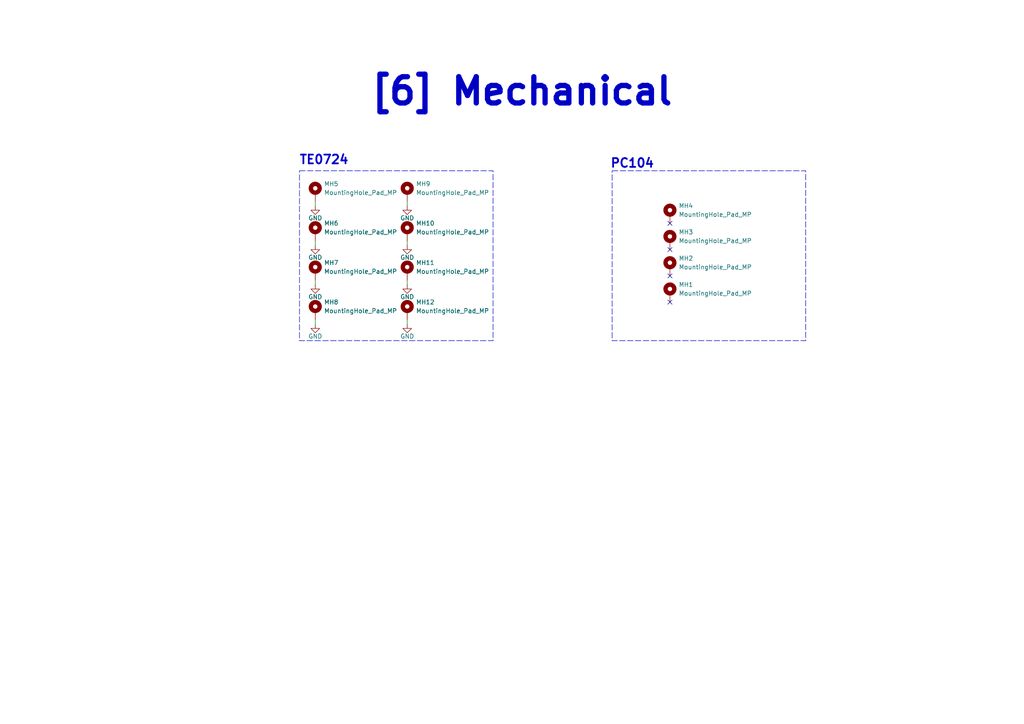
<source format=kicad_sch>
(kicad_sch (version 20250114) (generator "eeschema") (generator_version "9.0")
  (paper "A4")
  (lib_symbols
    (symbol "Mechanical:MountingHole_Pad_MP" (pin_numbers (hide yes)) (pin_names (offset 1.016) (hide yes)) (in_bom no)
      (property "Reference" "H" (at 0 6.35 0))
      (property "Value" "MountingHole_Pad_MP" (at 0 4.445 0))
      (symbol "MountingHole_Pad_MP_0_1"
        (circle (center 0 1.27) (radius 1.27) (stroke (width 1.27)))
      )
      (symbol "MountingHole_Pad_MP_1_1"
        (pin input line (at 0 -2.54 90) (length 2.54) (name "MP") (number "MP"))
      )
    )
    (symbol "power:GND" (power) (pin_numbers (hide yes)) (pin_names (offset 0) (hide yes))
      (property "Value" "GND" (at 0 -3.81 0))
      (symbol "GND_0_1"
        (polyline (pts (xy 0 0) (xy 0 -1.27) (xy 1.27 -1.27) (xy 0 -2.54) (xy -1.27 -1.27) (xy 0 -1.27)))
      )
      (symbol "GND_1_1"
        (pin power_in line (at 0 0 270) (length 0) (name "~") (number "1"))
      )
    )
  )
  (rectangle (start 86.868 49.53) (end 143.002 98.806) (stroke (width 0) (type dash)))
  (rectangle (start 177.546 49.53) (end 233.68 98.806) (stroke (width 0) (type dash)))
  (text "PC104" (at 183.388 47.498 0) (effects (font (size 2.54 2.54) (thickness 0.508) (bold yes))))
  (text "[6] Mechanical" (at 151.384 26.67 0) (effects (font (size 7.62 7.62) (thickness 1.524) (bold yes))))
  (text "TE0724" (at 93.98 46.482 0) (effects (font (size 2.54 2.54) (thickness 0.508) (bold yes))))
  (no_connect (at 194.31 80.01))
  (no_connect (at 194.31 87.63))
  (no_connect (at 194.31 64.77))
  (no_connect (at 194.31 72.39))
  (wire (pts (xy 118.11 59.69) (xy 118.11 58.42)))
  (wire (pts (xy 91.44 93.98) (xy 91.44 92.71)))
  (wire (pts (xy 118.11 71.12) (xy 118.11 69.85)))
  (wire (pts (xy 91.44 59.69) (xy 91.44 58.42)))
  (wire (pts (xy 91.44 82.55) (xy 91.44 81.28)))
  (wire (pts (xy 118.11 93.98) (xy 118.11 92.71)))
  (wire (pts (xy 118.11 82.55) (xy 118.11 81.28)))
  (wire (pts (xy 91.44 71.12) (xy 91.44 69.85)))
  (symbol (lib_id "power:GND") (at 91.44 82.55 0) (unit 1)
    (property "Reference" "#PWR035" (effects (hide yes)))
    (property "Value" "GND" (at 91.44 86.106 0))
    (property "Description" "Power symbol creates a global label with name \"GND\" , ground" (effects (hide yes)))
  )
  (symbol (lib_id "Mechanical:MountingHole_Pad_MP") (at 194.31 85.09 0) (unit 1) (in_bom no)
    (property "Reference" "MH1" (at 196.85 82.5499 0) (effects (justify left)))
    (property "Value" "MountingHole_Pad_MP" (at 196.85 85.0899 0) (effects (justify left)))
    (property "Footprint" "adapter:MountingHole_3.18mm_6.35mm_Pad" (effects (hide yes)))
    (property "Description" "Mounting Hole with connection as pad named MP" (effects (hide yes)))
  )
  (symbol (lib_id "power:GND") (at 118.11 71.12 0) (unit 1)
    (property "Reference" "#PWR033" (effects (hide yes)))
    (property "Value" "GND" (at 118.11 74.676 0))
    (property "Description" "Power symbol creates a global label with name \"GND\" , ground" (effects (hide yes)))
  )
  (symbol (lib_id "Mechanical:MountingHole_Pad_MP") (at 91.44 78.74 0) (unit 1) (in_bom no)
    (property "Reference" "MH7" (at 93.98 76.1999 0) (effects (justify left)))
    (property "Value" "MountingHole_Pad_MP" (at 93.98 78.7399 0) (effects (justify left)))
    (property "Footprint" "MountingHole:MountingHole_2.2mm_M2_Pad_Via" (effects (hide yes)))
    (property "Description" "Mounting Hole with connection as pad named MP" (effects (hide yes)))
  )
  (symbol (lib_id "Mechanical:MountingHole_Pad_MP") (at 118.11 78.74 0) (unit 1) (in_bom no)
    (property "Reference" "MH11" (at 120.65 76.1999 0) (effects (justify left)))
    (property "Value" "MountingHole_Pad_MP" (at 120.65 78.7399 0) (effects (justify left)))
    (property "Footprint" "MountingHole:MountingHole_2.2mm_M2_Pad_Via" (effects (hide yes)))
    (property "Description" "Mounting Hole with connection as pad named MP" (effects (hide yes)))
  )
  (symbol (lib_id "Mechanical:MountingHole_Pad_MP") (at 91.44 90.17 0) (unit 1) (in_bom no)
    (property "Reference" "MH8" (at 93.98 87.6299 0) (effects (justify left)))
    (property "Value" "MountingHole_Pad_MP" (at 93.98 90.1699 0) (effects (justify left)))
    (property "Footprint" "MountingHole:MountingHole_2.2mm_M2_Pad_Via" (effects (hide yes)))
    (property "Description" "Mounting Hole with connection as pad named MP" (effects (hide yes)))
  )
  (symbol (lib_id "power:GND") (at 118.11 82.55 0) (unit 1)
    (property "Reference" "#PWR036" (effects (hide yes)))
    (property "Value" "GND" (at 118.11 86.106 0))
    (property "Description" "Power symbol creates a global label with name \"GND\" , ground" (effects (hide yes)))
  )
  (symbol (lib_id "Mechanical:MountingHole_Pad_MP") (at 194.31 69.85 0) (unit 1) (in_bom no)
    (property "Reference" "MH3" (at 196.85 67.3099 0) (effects (justify left)))
    (property "Value" "MountingHole_Pad_MP" (at 196.85 69.8499 0) (effects (justify left)))
    (property "Footprint" "adapter:MountingHole_3.18mm_6.35mm_Pad" (effects (hide yes)))
    (property "Description" "Mounting Hole with connection as pad named MP" (effects (hide yes)))
  )
  (symbol (lib_id "power:GND") (at 91.44 59.69 0) (unit 1)
    (property "Reference" "#PWR031" (effects (hide yes)))
    (property "Value" "GND" (at 91.44 63.246 0))
    (property "Description" "Power symbol creates a global label with name \"GND\" , ground" (effects (hide yes)))
  )
  (symbol (lib_id "power:GND") (at 91.44 71.12 0) (unit 1)
    (property "Reference" "#PWR034" (effects (hide yes)))
    (property "Value" "GND" (at 91.44 74.676 0))
    (property "Description" "Power symbol creates a global label with name \"GND\" , ground" (effects (hide yes)))
  )
  (symbol (lib_id "Mechanical:MountingHole_Pad_MP") (at 91.44 55.88 0) (unit 1) (in_bom no)
    (property "Reference" "MH5" (at 93.98 53.3399 0) (effects (justify left)))
    (property "Value" "MountingHole_Pad_MP" (at 93.98 55.8799 0) (effects (justify left)))
    (property "Footprint" "MountingHole:MountingHole_2.2mm_M2_Pad_Via" (effects (hide yes)))
    (property "Description" "Mounting Hole with connection as pad named MP" (effects (hide yes)))
  )
  (symbol (lib_id "power:GND") (at 118.11 93.98 0) (unit 1)
    (property "Reference" "#PWR037" (effects (hide yes)))
    (property "Value" "GND" (at 118.11 97.536 0))
    (property "Description" "Power symbol creates a global label with name \"GND\" , ground" (effects (hide yes)))
  )
  (symbol (lib_id "Mechanical:MountingHole_Pad_MP") (at 194.31 77.47 0) (unit 1) (in_bom no)
    (property "Reference" "MH2" (at 196.85 74.9299 0) (effects (justify left)))
    (property "Value" "MountingHole_Pad_MP" (at 196.85 77.4699 0) (effects (justify left)))
    (property "Footprint" "adapter:MountingHole_3.18mm_6.35mm_Pad" (effects (hide yes)))
    (property "Description" "Mounting Hole with connection as pad named MP" (effects (hide yes)))
  )
  (symbol (lib_id "Mechanical:MountingHole_Pad_MP") (at 118.11 67.31 0) (unit 1) (in_bom no)
    (property "Reference" "MH10" (at 120.65 64.7699 0) (effects (justify left)))
    (property "Value" "MountingHole_Pad_MP" (at 120.65 67.3099 0) (effects (justify left)))
    (property "Footprint" "MountingHole:MountingHole_2.2mm_M2_Pad_Via" (effects (hide yes)))
    (property "Description" "Mounting Hole with connection as pad named MP" (effects (hide yes)))
  )
  (symbol (lib_id "Mechanical:MountingHole_Pad_MP") (at 194.31 62.23 0) (unit 1) (in_bom no)
    (property "Reference" "MH4" (at 196.85 59.6899 0) (effects (justify left)))
    (property "Value" "MountingHole_Pad_MP" (at 196.85 62.2299 0) (effects (justify left)))
    (property "Footprint" "adapter:MountingHole_3.18mm_6.35mm_Pad" (effects (hide yes)))
    (property "Description" "Mounting Hole with connection as pad named MP" (effects (hide yes)))
  )
  (symbol (lib_id "power:GND") (at 91.44 93.98 0) (unit 1)
    (property "Reference" "#PWR038" (effects (hide yes)))
    (property "Value" "GND" (at 91.44 97.536 0))
    (property "Description" "Power symbol creates a global label with name \"GND\" , ground" (effects (hide yes)))
  )
  (symbol (lib_id "Mechanical:MountingHole_Pad_MP") (at 118.11 90.17 0) (unit 1) (in_bom no)
    (property "Reference" "MH12" (at 120.65 87.6299 0) (effects (justify left)))
    (property "Value" "MountingHole_Pad_MP" (at 120.65 90.1699 0) (effects (justify left)))
    (property "Footprint" "MountingHole:MountingHole_2.2mm_M2_Pad_Via" (effects (hide yes)))
    (property "Description" "Mounting Hole with connection as pad named MP" (effects (hide yes)))
  )
  (symbol (lib_id "Mechanical:MountingHole_Pad_MP") (at 118.11 55.88 0) (unit 1) (in_bom no)
    (property "Reference" "MH9" (at 120.65 53.3399 0) (effects (justify left)))
    (property "Value" "MountingHole_Pad_MP" (at 120.65 55.8799 0) (effects (justify left)))
    (property "Footprint" "MountingHole:MountingHole_2.2mm_M2_Pad_Via" (effects (hide yes)))
    (property "Description" "Mounting Hole with connection as pad named MP" (effects (hide yes)))
  )
  (symbol (lib_id "power:GND") (at 118.11 59.69 0) (unit 1)
    (property "Reference" "#PWR032" (effects (hide yes)))
    (property "Value" "GND" (at 118.11 63.246 0))
    (property "Description" "Power symbol creates a global label with name \"GND\" , ground" (effects (hide yes)))
  )
  (symbol (lib_id "Mechanical:MountingHole_Pad_MP") (at 91.44 67.31 0) (unit 1) (in_bom no)
    (property "Reference" "MH6" (at 93.98 64.7699 0) (effects (justify left)))
    (property "Value" "MountingHole_Pad_MP" (at 93.98 67.3099 0) (effects (justify left)))
    (property "Footprint" "MountingHole:MountingHole_2.2mm_M2_Pad_Via" (effects (hide yes)))
    (property "Description" "Mounting Hole with connection as pad named MP" (effects (hide yes)))
  )
)
</source>
